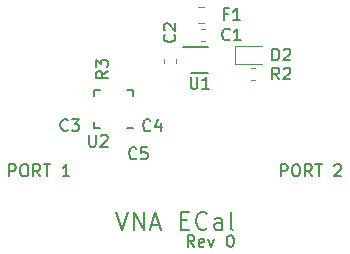
<source format=gbr>
G04 #@! TF.GenerationSoftware,KiCad,Pcbnew,(5.1.2)-1*
G04 #@! TF.CreationDate,2019-06-19T11:16:05+10:00*
G04 #@! TF.ProjectId,Ecal,4563616c-2e6b-4696-9361-645f70636258,rev?*
G04 #@! TF.SameCoordinates,Original*
G04 #@! TF.FileFunction,Legend,Top*
G04 #@! TF.FilePolarity,Positive*
%FSLAX46Y46*%
G04 Gerber Fmt 4.6, Leading zero omitted, Abs format (unit mm)*
G04 Created by KiCad (PCBNEW (5.1.2)-1) date 2019-06-19 11:16:05*
%MOMM*%
%LPD*%
G04 APERTURE LIST*
%ADD10C,0.150000*%
%ADD11C,0.120000*%
%ADD12C,0.200000*%
G04 APERTURE END LIST*
D10*
X108976190Y-125452380D02*
X108976190Y-124452380D01*
X109357142Y-124452380D01*
X109452380Y-124500000D01*
X109500000Y-124547619D01*
X109547619Y-124642857D01*
X109547619Y-124785714D01*
X109500000Y-124880952D01*
X109452380Y-124928571D01*
X109357142Y-124976190D01*
X108976190Y-124976190D01*
X110166666Y-124452380D02*
X110357142Y-124452380D01*
X110452380Y-124500000D01*
X110547619Y-124595238D01*
X110595238Y-124785714D01*
X110595238Y-125119047D01*
X110547619Y-125309523D01*
X110452380Y-125404761D01*
X110357142Y-125452380D01*
X110166666Y-125452380D01*
X110071428Y-125404761D01*
X109976190Y-125309523D01*
X109928571Y-125119047D01*
X109928571Y-124785714D01*
X109976190Y-124595238D01*
X110071428Y-124500000D01*
X110166666Y-124452380D01*
X111595238Y-125452380D02*
X111261904Y-124976190D01*
X111023809Y-125452380D02*
X111023809Y-124452380D01*
X111404761Y-124452380D01*
X111500000Y-124500000D01*
X111547619Y-124547619D01*
X111595238Y-124642857D01*
X111595238Y-124785714D01*
X111547619Y-124880952D01*
X111500000Y-124928571D01*
X111404761Y-124976190D01*
X111023809Y-124976190D01*
X111880952Y-124452380D02*
X112452380Y-124452380D01*
X112166666Y-125452380D02*
X112166666Y-124452380D01*
X113500000Y-124547619D02*
X113547619Y-124500000D01*
X113642857Y-124452380D01*
X113880952Y-124452380D01*
X113976190Y-124500000D01*
X114023809Y-124547619D01*
X114071428Y-124642857D01*
X114071428Y-124738095D01*
X114023809Y-124880952D01*
X113452380Y-125452380D01*
X114071428Y-125452380D01*
X85976190Y-125452380D02*
X85976190Y-124452380D01*
X86357142Y-124452380D01*
X86452380Y-124500000D01*
X86500000Y-124547619D01*
X86547619Y-124642857D01*
X86547619Y-124785714D01*
X86500000Y-124880952D01*
X86452380Y-124928571D01*
X86357142Y-124976190D01*
X85976190Y-124976190D01*
X87166666Y-124452380D02*
X87357142Y-124452380D01*
X87452380Y-124500000D01*
X87547619Y-124595238D01*
X87595238Y-124785714D01*
X87595238Y-125119047D01*
X87547619Y-125309523D01*
X87452380Y-125404761D01*
X87357142Y-125452380D01*
X87166666Y-125452380D01*
X87071428Y-125404761D01*
X86976190Y-125309523D01*
X86928571Y-125119047D01*
X86928571Y-124785714D01*
X86976190Y-124595238D01*
X87071428Y-124500000D01*
X87166666Y-124452380D01*
X88595238Y-125452380D02*
X88261904Y-124976190D01*
X88023809Y-125452380D02*
X88023809Y-124452380D01*
X88404761Y-124452380D01*
X88500000Y-124500000D01*
X88547619Y-124547619D01*
X88595238Y-124642857D01*
X88595238Y-124785714D01*
X88547619Y-124880952D01*
X88500000Y-124928571D01*
X88404761Y-124976190D01*
X88023809Y-124976190D01*
X88880952Y-124452380D02*
X89452380Y-124452380D01*
X89166666Y-125452380D02*
X89166666Y-124452380D01*
X91071428Y-125452380D02*
X90500000Y-125452380D01*
X90785714Y-125452380D02*
X90785714Y-124452380D01*
X90690476Y-124595238D01*
X90595238Y-124690476D01*
X90500000Y-124738095D01*
X93175000Y-121375000D02*
X93675000Y-121375000D01*
X93175000Y-118125000D02*
X93675000Y-118125000D01*
X96425000Y-118125000D02*
X95925000Y-118125000D01*
X96425000Y-121375000D02*
X95925000Y-121375000D01*
X93175000Y-118125000D02*
X93175000Y-118625000D01*
X96425000Y-118125000D02*
X96425000Y-118625000D01*
X93175000Y-121375000D02*
X93175000Y-120875000D01*
X100650000Y-114500000D02*
X102825000Y-114500000D01*
X101375000Y-116700000D02*
X102825000Y-116700000D01*
D11*
X106437221Y-117310000D02*
X106762779Y-117310000D01*
X106437221Y-116290000D02*
X106762779Y-116290000D01*
X102458578Y-111090000D02*
X101941422Y-111090000D01*
X102458578Y-112510000D02*
X101941422Y-112510000D01*
X105115000Y-115935000D02*
X107400000Y-115935000D01*
X105115000Y-114465000D02*
X105115000Y-115935000D01*
X107400000Y-114465000D02*
X105115000Y-114465000D01*
X99090000Y-115537221D02*
X99090000Y-115862779D01*
X100110000Y-115537221D02*
X100110000Y-115862779D01*
X102512779Y-112990000D02*
X102187221Y-112990000D01*
X102512779Y-114010000D02*
X102187221Y-114010000D01*
D10*
X101642857Y-131452380D02*
X101309523Y-130976190D01*
X101071428Y-131452380D02*
X101071428Y-130452380D01*
X101452380Y-130452380D01*
X101547619Y-130500000D01*
X101595238Y-130547619D01*
X101642857Y-130642857D01*
X101642857Y-130785714D01*
X101595238Y-130880952D01*
X101547619Y-130928571D01*
X101452380Y-130976190D01*
X101071428Y-130976190D01*
X102452380Y-131404761D02*
X102357142Y-131452380D01*
X102166666Y-131452380D01*
X102071428Y-131404761D01*
X102023809Y-131309523D01*
X102023809Y-130928571D01*
X102071428Y-130833333D01*
X102166666Y-130785714D01*
X102357142Y-130785714D01*
X102452380Y-130833333D01*
X102500000Y-130928571D01*
X102500000Y-131023809D01*
X102023809Y-131119047D01*
X102833333Y-130785714D02*
X103071428Y-131452380D01*
X103309523Y-130785714D01*
X104642857Y-130452380D02*
X104738095Y-130452380D01*
X104833333Y-130500000D01*
X104880952Y-130547619D01*
X104928571Y-130642857D01*
X104976190Y-130833333D01*
X104976190Y-131071428D01*
X104928571Y-131261904D01*
X104880952Y-131357142D01*
X104833333Y-131404761D01*
X104738095Y-131452380D01*
X104642857Y-131452380D01*
X104547619Y-131404761D01*
X104500000Y-131357142D01*
X104452380Y-131261904D01*
X104404761Y-131071428D01*
X104404761Y-130833333D01*
X104452380Y-130642857D01*
X104500000Y-130547619D01*
X104547619Y-130500000D01*
X104642857Y-130452380D01*
D12*
X95000000Y-128478571D02*
X95500000Y-129978571D01*
X96000000Y-128478571D01*
X96500000Y-129978571D02*
X96500000Y-128478571D01*
X97357142Y-129978571D01*
X97357142Y-128478571D01*
X98000000Y-129550000D02*
X98714285Y-129550000D01*
X97857142Y-129978571D02*
X98357142Y-128478571D01*
X98857142Y-129978571D01*
X100500000Y-129192857D02*
X101000000Y-129192857D01*
X101214285Y-129978571D02*
X100500000Y-129978571D01*
X100500000Y-128478571D01*
X101214285Y-128478571D01*
X102714285Y-129835714D02*
X102642857Y-129907142D01*
X102428571Y-129978571D01*
X102285714Y-129978571D01*
X102071428Y-129907142D01*
X101928571Y-129764285D01*
X101857142Y-129621428D01*
X101785714Y-129335714D01*
X101785714Y-129121428D01*
X101857142Y-128835714D01*
X101928571Y-128692857D01*
X102071428Y-128550000D01*
X102285714Y-128478571D01*
X102428571Y-128478571D01*
X102642857Y-128550000D01*
X102714285Y-128621428D01*
X104000000Y-129978571D02*
X104000000Y-129192857D01*
X103928571Y-129050000D01*
X103785714Y-128978571D01*
X103500000Y-128978571D01*
X103357142Y-129050000D01*
X104000000Y-129907142D02*
X103857142Y-129978571D01*
X103500000Y-129978571D01*
X103357142Y-129907142D01*
X103285714Y-129764285D01*
X103285714Y-129621428D01*
X103357142Y-129478571D01*
X103500000Y-129407142D01*
X103857142Y-129407142D01*
X104000000Y-129335714D01*
X104928571Y-129978571D02*
X104785714Y-129907142D01*
X104714285Y-129764285D01*
X104714285Y-128478571D01*
D10*
X92738095Y-121952380D02*
X92738095Y-122761904D01*
X92785714Y-122857142D01*
X92833333Y-122904761D01*
X92928571Y-122952380D01*
X93119047Y-122952380D01*
X93214285Y-122904761D01*
X93261904Y-122857142D01*
X93309523Y-122761904D01*
X93309523Y-121952380D01*
X93738095Y-122047619D02*
X93785714Y-122000000D01*
X93880952Y-121952380D01*
X94119047Y-121952380D01*
X94214285Y-122000000D01*
X94261904Y-122047619D01*
X94309523Y-122142857D01*
X94309523Y-122238095D01*
X94261904Y-122380952D01*
X93690476Y-122952380D01*
X94309523Y-122952380D01*
X101338095Y-117052380D02*
X101338095Y-117861904D01*
X101385714Y-117957142D01*
X101433333Y-118004761D01*
X101528571Y-118052380D01*
X101719047Y-118052380D01*
X101814285Y-118004761D01*
X101861904Y-117957142D01*
X101909523Y-117861904D01*
X101909523Y-117052380D01*
X102909523Y-118052380D02*
X102338095Y-118052380D01*
X102623809Y-118052380D02*
X102623809Y-117052380D01*
X102528571Y-117195238D01*
X102433333Y-117290476D01*
X102338095Y-117338095D01*
X94332380Y-116551666D02*
X93856190Y-116885000D01*
X94332380Y-117123095D02*
X93332380Y-117123095D01*
X93332380Y-116742142D01*
X93380000Y-116646904D01*
X93427619Y-116599285D01*
X93522857Y-116551666D01*
X93665714Y-116551666D01*
X93760952Y-116599285D01*
X93808571Y-116646904D01*
X93856190Y-116742142D01*
X93856190Y-117123095D01*
X93332380Y-116218333D02*
X93332380Y-115599285D01*
X93713333Y-115932619D01*
X93713333Y-115789761D01*
X93760952Y-115694523D01*
X93808571Y-115646904D01*
X93903809Y-115599285D01*
X94141904Y-115599285D01*
X94237142Y-115646904D01*
X94284761Y-115694523D01*
X94332380Y-115789761D01*
X94332380Y-116075476D01*
X94284761Y-116170714D01*
X94237142Y-116218333D01*
X108833333Y-117252380D02*
X108500000Y-116776190D01*
X108261904Y-117252380D02*
X108261904Y-116252380D01*
X108642857Y-116252380D01*
X108738095Y-116300000D01*
X108785714Y-116347619D01*
X108833333Y-116442857D01*
X108833333Y-116585714D01*
X108785714Y-116680952D01*
X108738095Y-116728571D01*
X108642857Y-116776190D01*
X108261904Y-116776190D01*
X109214285Y-116347619D02*
X109261904Y-116300000D01*
X109357142Y-116252380D01*
X109595238Y-116252380D01*
X109690476Y-116300000D01*
X109738095Y-116347619D01*
X109785714Y-116442857D01*
X109785714Y-116538095D01*
X109738095Y-116680952D01*
X109166666Y-117252380D01*
X109785714Y-117252380D01*
X104466666Y-111728571D02*
X104133333Y-111728571D01*
X104133333Y-112252380D02*
X104133333Y-111252380D01*
X104609523Y-111252380D01*
X105514285Y-112252380D02*
X104942857Y-112252380D01*
X105228571Y-112252380D02*
X105228571Y-111252380D01*
X105133333Y-111395238D01*
X105038095Y-111490476D01*
X104942857Y-111538095D01*
X108261904Y-115652380D02*
X108261904Y-114652380D01*
X108500000Y-114652380D01*
X108642857Y-114700000D01*
X108738095Y-114795238D01*
X108785714Y-114890476D01*
X108833333Y-115080952D01*
X108833333Y-115223809D01*
X108785714Y-115414285D01*
X108738095Y-115509523D01*
X108642857Y-115604761D01*
X108500000Y-115652380D01*
X108261904Y-115652380D01*
X109214285Y-114747619D02*
X109261904Y-114700000D01*
X109357142Y-114652380D01*
X109595238Y-114652380D01*
X109690476Y-114700000D01*
X109738095Y-114747619D01*
X109785714Y-114842857D01*
X109785714Y-114938095D01*
X109738095Y-115080952D01*
X109166666Y-115652380D01*
X109785714Y-115652380D01*
X96733333Y-123927142D02*
X96685714Y-123974761D01*
X96542857Y-124022380D01*
X96447619Y-124022380D01*
X96304761Y-123974761D01*
X96209523Y-123879523D01*
X96161904Y-123784285D01*
X96114285Y-123593809D01*
X96114285Y-123450952D01*
X96161904Y-123260476D01*
X96209523Y-123165238D01*
X96304761Y-123070000D01*
X96447619Y-123022380D01*
X96542857Y-123022380D01*
X96685714Y-123070000D01*
X96733333Y-123117619D01*
X97638095Y-123022380D02*
X97161904Y-123022380D01*
X97114285Y-123498571D01*
X97161904Y-123450952D01*
X97257142Y-123403333D01*
X97495238Y-123403333D01*
X97590476Y-123450952D01*
X97638095Y-123498571D01*
X97685714Y-123593809D01*
X97685714Y-123831904D01*
X97638095Y-123927142D01*
X97590476Y-123974761D01*
X97495238Y-124022380D01*
X97257142Y-124022380D01*
X97161904Y-123974761D01*
X97114285Y-123927142D01*
X97933333Y-121557142D02*
X97885714Y-121604761D01*
X97742857Y-121652380D01*
X97647619Y-121652380D01*
X97504761Y-121604761D01*
X97409523Y-121509523D01*
X97361904Y-121414285D01*
X97314285Y-121223809D01*
X97314285Y-121080952D01*
X97361904Y-120890476D01*
X97409523Y-120795238D01*
X97504761Y-120700000D01*
X97647619Y-120652380D01*
X97742857Y-120652380D01*
X97885714Y-120700000D01*
X97933333Y-120747619D01*
X98790476Y-120985714D02*
X98790476Y-121652380D01*
X98552380Y-120604761D02*
X98314285Y-121319047D01*
X98933333Y-121319047D01*
X90933333Y-121527142D02*
X90885714Y-121574761D01*
X90742857Y-121622380D01*
X90647619Y-121622380D01*
X90504761Y-121574761D01*
X90409523Y-121479523D01*
X90361904Y-121384285D01*
X90314285Y-121193809D01*
X90314285Y-121050952D01*
X90361904Y-120860476D01*
X90409523Y-120765238D01*
X90504761Y-120670000D01*
X90647619Y-120622380D01*
X90742857Y-120622380D01*
X90885714Y-120670000D01*
X90933333Y-120717619D01*
X91266666Y-120622380D02*
X91885714Y-120622380D01*
X91552380Y-121003333D01*
X91695238Y-121003333D01*
X91790476Y-121050952D01*
X91838095Y-121098571D01*
X91885714Y-121193809D01*
X91885714Y-121431904D01*
X91838095Y-121527142D01*
X91790476Y-121574761D01*
X91695238Y-121622380D01*
X91409523Y-121622380D01*
X91314285Y-121574761D01*
X91266666Y-121527142D01*
X99957142Y-113466666D02*
X100004761Y-113514285D01*
X100052380Y-113657142D01*
X100052380Y-113752380D01*
X100004761Y-113895238D01*
X99909523Y-113990476D01*
X99814285Y-114038095D01*
X99623809Y-114085714D01*
X99480952Y-114085714D01*
X99290476Y-114038095D01*
X99195238Y-113990476D01*
X99100000Y-113895238D01*
X99052380Y-113752380D01*
X99052380Y-113657142D01*
X99100000Y-113514285D01*
X99147619Y-113466666D01*
X99147619Y-113085714D02*
X99100000Y-113038095D01*
X99052380Y-112942857D01*
X99052380Y-112704761D01*
X99100000Y-112609523D01*
X99147619Y-112561904D01*
X99242857Y-112514285D01*
X99338095Y-112514285D01*
X99480952Y-112561904D01*
X100052380Y-113133333D01*
X100052380Y-112514285D01*
X104633333Y-113857142D02*
X104585714Y-113904761D01*
X104442857Y-113952380D01*
X104347619Y-113952380D01*
X104204761Y-113904761D01*
X104109523Y-113809523D01*
X104061904Y-113714285D01*
X104014285Y-113523809D01*
X104014285Y-113380952D01*
X104061904Y-113190476D01*
X104109523Y-113095238D01*
X104204761Y-113000000D01*
X104347619Y-112952380D01*
X104442857Y-112952380D01*
X104585714Y-113000000D01*
X104633333Y-113047619D01*
X105585714Y-113952380D02*
X105014285Y-113952380D01*
X105300000Y-113952380D02*
X105300000Y-112952380D01*
X105204761Y-113095238D01*
X105109523Y-113190476D01*
X105014285Y-113238095D01*
M02*

</source>
